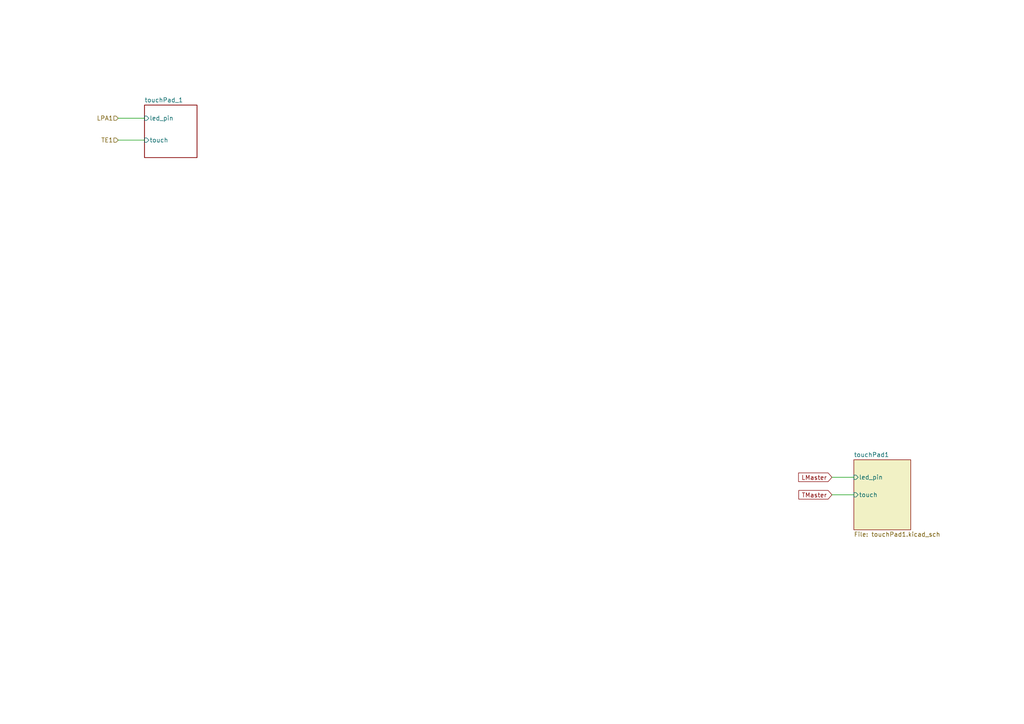
<source format=kicad_sch>
(kicad_sch
	(version 20250114)
	(generator "eeschema")
	(generator_version "9.0")
	(uuid "70d76ba7-06a2-4f8b-9d1f-14b89660633e")
	(paper "A4")
	(lib_symbols)
	(wire
		(pts
			(xy 34.29 34.29) (xy 41.91 34.29)
		)
		(stroke
			(width 0)
			(type default)
		)
		(uuid "015e71c8-22a0-4cfd-98a2-5dec8a901cd5")
	)
	(wire
		(pts
			(xy 241.3 138.43) (xy 247.65 138.43)
		)
		(stroke
			(width 0)
			(type default)
		)
		(uuid "12e5f958-3668-4326-aa04-a8d504313f89")
	)
	(wire
		(pts
			(xy 34.29 40.64) (xy 41.91 40.64)
		)
		(stroke
			(width 0)
			(type default)
		)
		(uuid "7beb8491-78be-49f1-8ed8-a4f84957706c")
	)
	(wire
		(pts
			(xy 241.3 143.51) (xy 247.65 143.51)
		)
		(stroke
			(width 0)
			(type default)
		)
		(uuid "e2e9a653-aa22-4db5-8dfe-a740497b654d")
	)
	(global_label "TMaster"
		(shape input)
		(at 241.3 143.51 180)
		(fields_autoplaced yes)
		(effects
			(font
				(size 1.27 1.27)
			)
			(justify right)
		)
		(uuid "09c9a278-d422-4a1b-b2ff-a2c8e726d972")
		(property "Intersheetrefs" "${INTERSHEET_REFS}"
			(at 231.1182 143.51 0)
			(effects
				(font
					(size 1.27 1.27)
				)
				(justify right)
				(hide yes)
			)
		)
	)
	(global_label "LMaster"
		(shape input)
		(at 241.3 138.43 180)
		(fields_autoplaced yes)
		(effects
			(font
				(size 1.27 1.27)
			)
			(justify right)
		)
		(uuid "793626f1-3879-406e-a023-43929fc2e7db")
		(property "Intersheetrefs" "${INTERSHEET_REFS}"
			(at 231.0577 138.43 0)
			(effects
				(font
					(size 1.27 1.27)
				)
				(justify right)
				(hide yes)
			)
		)
	)
	(hierarchical_label "LPA1"
		(shape input)
		(at 34.29 34.29 180)
		(effects
			(font
				(size 1.27 1.27)
			)
			(justify right)
		)
		(uuid "7a645578-0818-4312-993c-1436fb4eda43")
	)
	(hierarchical_label "TE1"
		(shape input)
		(at 34.29 40.64 180)
		(effects
			(font
				(size 1.27 1.27)
			)
			(justify right)
		)
		(uuid "7deb7aaf-4d8f-489b-9ebc-1f426f002ce4")
	)
	(sheet
		(at 41.91 30.48)
		(size 15.24 15.24)
		(exclude_from_sim no)
		(in_bom yes)
		(on_board yes)
		(dnp no)
		(fields_autoplaced yes)
		(stroke
			(width 0.1524)
			(type solid)
		)
		(fill
			(color 0 0 0 0.0000)
		)
		(uuid "15f3a79f-ba1e-4c68-ad54-f018b7999ab3")
		(property "Sheetname" "touchPad_1"
			(at 41.91 29.7684 0)
			(effects
				(font
					(size 1.27 1.27)
				)
				(justify left bottom)
			)
		)
		(property "Sheetfile" "touchPad.kicad_sch"
			(at 41.91 46.3046 0)
			(effects
				(font
					(size 1.27 1.27)
				)
				(justify left top)
				(hide yes)
			)
		)
		(pin "led_pin" input
			(at 41.91 34.29 180)
			(uuid "ce091c3d-4fd9-415b-84d2-4949446df3bd")
			(effects
				(font
					(size 1.27 1.27)
				)
				(justify left)
			)
		)
		(pin "touch" input
			(at 41.91 40.64 180)
			(uuid "7281d3f6-4a12-4a15-86da-280f0b981162")
			(effects
				(font
					(size 1.27 1.27)
				)
				(justify left)
			)
		)
		(instances
			(project "template"
				(path "/8469cd9a-15fe-4677-a617-64af849f0980/044b275d-98c4-4544-9612-ff91db43870b/875d9d7a-fff7-4439-8f9d-9bf0b28f9e85/7b9a6a15-69fa-43cc-b1d9-66e5c1665431"
					(page "11")
				)
			)
		)
	)
	(sheet
		(at 247.65 133.35)
		(size 16.51 20.32)
		(exclude_from_sim no)
		(in_bom yes)
		(on_board yes)
		(dnp no)
		(fields_autoplaced yes)
		(stroke
			(width 0.1524)
			(type solid)
		)
		(fill
			(color 194 194 0 0.2300)
		)
		(uuid "9af6cc11-ce4a-4e60-8ffd-c683d932394f")
		(property "Sheetname" "touchPad1"
			(at 247.65 132.6384 0)
			(effects
				(font
					(size 1.27 1.27)
				)
				(justify left bottom)
			)
		)
		(property "Sheetfile" "touchPad1.kicad_sch"
			(at 247.65 154.2546 0)
			(effects
				(font
					(size 1.27 1.27)
				)
				(justify left top)
			)
		)
		(pin "led_pin" input
			(at 247.65 138.43 180)
			(uuid "d88754ec-0a6a-4d5f-8b45-4fdb4e1a92b0")
			(effects
				(font
					(size 1.27 1.27)
				)
				(justify left)
			)
		)
		(pin "touch" input
			(at 247.65 143.51 180)
			(uuid "dabe2453-9aab-4bcf-a82c-d174ac7cad33")
			(effects
				(font
					(size 1.27 1.27)
				)
				(justify left)
			)
		)
		(instances
			(project "template"
				(path "/8469cd9a-15fe-4677-a617-64af849f0980/044b275d-98c4-4544-9612-ff91db43870b/875d9d7a-fff7-4439-8f9d-9bf0b28f9e85/7b9a6a15-69fa-43cc-b1d9-66e5c1665431"
					(page "17")
				)
			)
		)
	)
)

</source>
